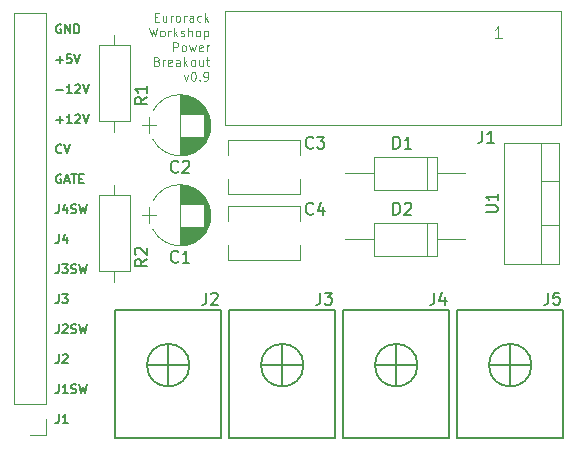
<source format=gto>
%TF.GenerationSoftware,KiCad,Pcbnew,4.0.6*%
%TF.CreationDate,2017-08-26T10:37:18+02:00*%
%TF.ProjectId,EW Power Breakout,455720506F77657220427265616B6F75,1.0*%
%TF.FileFunction,Legend,Top*%
%FSLAX46Y46*%
G04 Gerber Fmt 4.6, Leading zero omitted, Abs format (unit mm)*
G04 Created by KiCad (PCBNEW 4.0.6) date 2017 August 26, Saturday 10:37:18*
%MOMM*%
%LPD*%
G01*
G04 APERTURE LIST*
%ADD10C,0.100000*%
%ADD11C,0.125000*%
%ADD12C,0.187500*%
%ADD13C,0.120000*%
%ADD14C,0.150000*%
G04 APERTURE END LIST*
D10*
D11*
X167497715Y-108190429D02*
X167747715Y-108190429D01*
X167854858Y-108583286D02*
X167497715Y-108583286D01*
X167497715Y-107833286D01*
X167854858Y-107833286D01*
X168497715Y-108083286D02*
X168497715Y-108583286D01*
X168176286Y-108083286D02*
X168176286Y-108476143D01*
X168212001Y-108547571D01*
X168283429Y-108583286D01*
X168390572Y-108583286D01*
X168462001Y-108547571D01*
X168497715Y-108511857D01*
X168854857Y-108583286D02*
X168854857Y-108083286D01*
X168854857Y-108226143D02*
X168890572Y-108154714D01*
X168926286Y-108119000D01*
X168997715Y-108083286D01*
X169069143Y-108083286D01*
X169426286Y-108583286D02*
X169354858Y-108547571D01*
X169319143Y-108511857D01*
X169283429Y-108440429D01*
X169283429Y-108226143D01*
X169319143Y-108154714D01*
X169354858Y-108119000D01*
X169426286Y-108083286D01*
X169533429Y-108083286D01*
X169604858Y-108119000D01*
X169640572Y-108154714D01*
X169676286Y-108226143D01*
X169676286Y-108440429D01*
X169640572Y-108511857D01*
X169604858Y-108547571D01*
X169533429Y-108583286D01*
X169426286Y-108583286D01*
X169997714Y-108583286D02*
X169997714Y-108083286D01*
X169997714Y-108226143D02*
X170033429Y-108154714D01*
X170069143Y-108119000D01*
X170140572Y-108083286D01*
X170212000Y-108083286D01*
X170783429Y-108583286D02*
X170783429Y-108190429D01*
X170747715Y-108119000D01*
X170676286Y-108083286D01*
X170533429Y-108083286D01*
X170462000Y-108119000D01*
X170783429Y-108547571D02*
X170712000Y-108583286D01*
X170533429Y-108583286D01*
X170462000Y-108547571D01*
X170426286Y-108476143D01*
X170426286Y-108404714D01*
X170462000Y-108333286D01*
X170533429Y-108297571D01*
X170712000Y-108297571D01*
X170783429Y-108261857D01*
X171462000Y-108547571D02*
X171390571Y-108583286D01*
X171247714Y-108583286D01*
X171176286Y-108547571D01*
X171140571Y-108511857D01*
X171104857Y-108440429D01*
X171104857Y-108226143D01*
X171140571Y-108154714D01*
X171176286Y-108119000D01*
X171247714Y-108083286D01*
X171390571Y-108083286D01*
X171462000Y-108119000D01*
X171783428Y-108583286D02*
X171783428Y-107833286D01*
X171854857Y-108297571D02*
X172069143Y-108583286D01*
X172069143Y-108083286D02*
X171783428Y-108369000D01*
X167069144Y-109083286D02*
X167247715Y-109833286D01*
X167390572Y-109297571D01*
X167533430Y-109833286D01*
X167712001Y-109083286D01*
X168104858Y-109833286D02*
X168033430Y-109797571D01*
X167997715Y-109761857D01*
X167962001Y-109690429D01*
X167962001Y-109476143D01*
X167997715Y-109404714D01*
X168033430Y-109369000D01*
X168104858Y-109333286D01*
X168212001Y-109333286D01*
X168283430Y-109369000D01*
X168319144Y-109404714D01*
X168354858Y-109476143D01*
X168354858Y-109690429D01*
X168319144Y-109761857D01*
X168283430Y-109797571D01*
X168212001Y-109833286D01*
X168104858Y-109833286D01*
X168676286Y-109833286D02*
X168676286Y-109333286D01*
X168676286Y-109476143D02*
X168712001Y-109404714D01*
X168747715Y-109369000D01*
X168819144Y-109333286D01*
X168890572Y-109333286D01*
X169140572Y-109833286D02*
X169140572Y-109083286D01*
X169212001Y-109547571D02*
X169426287Y-109833286D01*
X169426287Y-109333286D02*
X169140572Y-109619000D01*
X169712001Y-109797571D02*
X169783430Y-109833286D01*
X169926287Y-109833286D01*
X169997715Y-109797571D01*
X170033430Y-109726143D01*
X170033430Y-109690429D01*
X169997715Y-109619000D01*
X169926287Y-109583286D01*
X169819144Y-109583286D01*
X169747715Y-109547571D01*
X169712001Y-109476143D01*
X169712001Y-109440429D01*
X169747715Y-109369000D01*
X169819144Y-109333286D01*
X169926287Y-109333286D01*
X169997715Y-109369000D01*
X170354858Y-109833286D02*
X170354858Y-109083286D01*
X170676287Y-109833286D02*
X170676287Y-109440429D01*
X170640573Y-109369000D01*
X170569144Y-109333286D01*
X170462001Y-109333286D01*
X170390573Y-109369000D01*
X170354858Y-109404714D01*
X171140572Y-109833286D02*
X171069144Y-109797571D01*
X171033429Y-109761857D01*
X170997715Y-109690429D01*
X170997715Y-109476143D01*
X171033429Y-109404714D01*
X171069144Y-109369000D01*
X171140572Y-109333286D01*
X171247715Y-109333286D01*
X171319144Y-109369000D01*
X171354858Y-109404714D01*
X171390572Y-109476143D01*
X171390572Y-109690429D01*
X171354858Y-109761857D01*
X171319144Y-109797571D01*
X171247715Y-109833286D01*
X171140572Y-109833286D01*
X171712000Y-109333286D02*
X171712000Y-110083286D01*
X171712000Y-109369000D02*
X171783429Y-109333286D01*
X171926286Y-109333286D01*
X171997715Y-109369000D01*
X172033429Y-109404714D01*
X172069143Y-109476143D01*
X172069143Y-109690429D01*
X172033429Y-109761857D01*
X171997715Y-109797571D01*
X171926286Y-109833286D01*
X171783429Y-109833286D01*
X171712000Y-109797571D01*
X169069143Y-111083286D02*
X169069143Y-110333286D01*
X169354858Y-110333286D01*
X169426286Y-110369000D01*
X169462001Y-110404714D01*
X169497715Y-110476143D01*
X169497715Y-110583286D01*
X169462001Y-110654714D01*
X169426286Y-110690429D01*
X169354858Y-110726143D01*
X169069143Y-110726143D01*
X169926286Y-111083286D02*
X169854858Y-111047571D01*
X169819143Y-111011857D01*
X169783429Y-110940429D01*
X169783429Y-110726143D01*
X169819143Y-110654714D01*
X169854858Y-110619000D01*
X169926286Y-110583286D01*
X170033429Y-110583286D01*
X170104858Y-110619000D01*
X170140572Y-110654714D01*
X170176286Y-110726143D01*
X170176286Y-110940429D01*
X170140572Y-111011857D01*
X170104858Y-111047571D01*
X170033429Y-111083286D01*
X169926286Y-111083286D01*
X170426286Y-110583286D02*
X170569143Y-111083286D01*
X170712000Y-110726143D01*
X170854857Y-111083286D01*
X170997714Y-110583286D01*
X171569143Y-111047571D02*
X171497714Y-111083286D01*
X171354857Y-111083286D01*
X171283428Y-111047571D01*
X171247714Y-110976143D01*
X171247714Y-110690429D01*
X171283428Y-110619000D01*
X171354857Y-110583286D01*
X171497714Y-110583286D01*
X171569143Y-110619000D01*
X171604857Y-110690429D01*
X171604857Y-110761857D01*
X171247714Y-110833286D01*
X171926285Y-111083286D02*
X171926285Y-110583286D01*
X171926285Y-110726143D02*
X171962000Y-110654714D01*
X171997714Y-110619000D01*
X172069143Y-110583286D01*
X172140571Y-110583286D01*
X167712001Y-111940429D02*
X167819144Y-111976143D01*
X167854859Y-112011857D01*
X167890573Y-112083286D01*
X167890573Y-112190429D01*
X167854859Y-112261857D01*
X167819144Y-112297571D01*
X167747716Y-112333286D01*
X167462001Y-112333286D01*
X167462001Y-111583286D01*
X167712001Y-111583286D01*
X167783430Y-111619000D01*
X167819144Y-111654714D01*
X167854859Y-111726143D01*
X167854859Y-111797571D01*
X167819144Y-111869000D01*
X167783430Y-111904714D01*
X167712001Y-111940429D01*
X167462001Y-111940429D01*
X168212001Y-112333286D02*
X168212001Y-111833286D01*
X168212001Y-111976143D02*
X168247716Y-111904714D01*
X168283430Y-111869000D01*
X168354859Y-111833286D01*
X168426287Y-111833286D01*
X168962002Y-112297571D02*
X168890573Y-112333286D01*
X168747716Y-112333286D01*
X168676287Y-112297571D01*
X168640573Y-112226143D01*
X168640573Y-111940429D01*
X168676287Y-111869000D01*
X168747716Y-111833286D01*
X168890573Y-111833286D01*
X168962002Y-111869000D01*
X168997716Y-111940429D01*
X168997716Y-112011857D01*
X168640573Y-112083286D01*
X169640573Y-112333286D02*
X169640573Y-111940429D01*
X169604859Y-111869000D01*
X169533430Y-111833286D01*
X169390573Y-111833286D01*
X169319144Y-111869000D01*
X169640573Y-112297571D02*
X169569144Y-112333286D01*
X169390573Y-112333286D01*
X169319144Y-112297571D01*
X169283430Y-112226143D01*
X169283430Y-112154714D01*
X169319144Y-112083286D01*
X169390573Y-112047571D01*
X169569144Y-112047571D01*
X169640573Y-112011857D01*
X169997715Y-112333286D02*
X169997715Y-111583286D01*
X170069144Y-112047571D02*
X170283430Y-112333286D01*
X170283430Y-111833286D02*
X169997715Y-112119000D01*
X170712001Y-112333286D02*
X170640573Y-112297571D01*
X170604858Y-112261857D01*
X170569144Y-112190429D01*
X170569144Y-111976143D01*
X170604858Y-111904714D01*
X170640573Y-111869000D01*
X170712001Y-111833286D01*
X170819144Y-111833286D01*
X170890573Y-111869000D01*
X170926287Y-111904714D01*
X170962001Y-111976143D01*
X170962001Y-112190429D01*
X170926287Y-112261857D01*
X170890573Y-112297571D01*
X170819144Y-112333286D01*
X170712001Y-112333286D01*
X171604858Y-111833286D02*
X171604858Y-112333286D01*
X171283429Y-111833286D02*
X171283429Y-112226143D01*
X171319144Y-112297571D01*
X171390572Y-112333286D01*
X171497715Y-112333286D01*
X171569144Y-112297571D01*
X171604858Y-112261857D01*
X171854858Y-111833286D02*
X172140572Y-111833286D01*
X171962000Y-111583286D02*
X171962000Y-112226143D01*
X171997715Y-112297571D01*
X172069143Y-112333286D01*
X172140572Y-112333286D01*
X169961999Y-113083286D02*
X170140570Y-113583286D01*
X170319142Y-113083286D01*
X170747714Y-112833286D02*
X170819142Y-112833286D01*
X170890571Y-112869000D01*
X170926285Y-112904714D01*
X170961999Y-112976143D01*
X170997714Y-113119000D01*
X170997714Y-113297571D01*
X170961999Y-113440429D01*
X170926285Y-113511857D01*
X170890571Y-113547571D01*
X170819142Y-113583286D01*
X170747714Y-113583286D01*
X170676285Y-113547571D01*
X170640571Y-113511857D01*
X170604856Y-113440429D01*
X170569142Y-113297571D01*
X170569142Y-113119000D01*
X170604856Y-112976143D01*
X170640571Y-112904714D01*
X170676285Y-112869000D01*
X170747714Y-112833286D01*
X171319142Y-113511857D02*
X171354857Y-113547571D01*
X171319142Y-113583286D01*
X171283428Y-113547571D01*
X171319142Y-113511857D01*
X171319142Y-113583286D01*
X171712000Y-113583286D02*
X171854857Y-113583286D01*
X171926285Y-113547571D01*
X171962000Y-113511857D01*
X172033428Y-113404714D01*
X172069143Y-113261857D01*
X172069143Y-112976143D01*
X172033428Y-112904714D01*
X171997714Y-112869000D01*
X171926285Y-112833286D01*
X171783428Y-112833286D01*
X171712000Y-112869000D01*
X171676285Y-112904714D01*
X171640571Y-112976143D01*
X171640571Y-113154714D01*
X171676285Y-113226143D01*
X171712000Y-113261857D01*
X171783428Y-113297571D01*
X171926285Y-113297571D01*
X171997714Y-113261857D01*
X172033428Y-113226143D01*
X172069143Y-113154714D01*
D12*
X159575429Y-108845000D02*
X159504000Y-108809286D01*
X159396857Y-108809286D01*
X159289714Y-108845000D01*
X159218286Y-108916429D01*
X159182571Y-108987857D01*
X159146857Y-109130714D01*
X159146857Y-109237857D01*
X159182571Y-109380714D01*
X159218286Y-109452143D01*
X159289714Y-109523571D01*
X159396857Y-109559286D01*
X159468286Y-109559286D01*
X159575429Y-109523571D01*
X159611143Y-109487857D01*
X159611143Y-109237857D01*
X159468286Y-109237857D01*
X159932571Y-109559286D02*
X159932571Y-108809286D01*
X160361143Y-109559286D01*
X160361143Y-108809286D01*
X160718285Y-109559286D02*
X160718285Y-108809286D01*
X160896857Y-108809286D01*
X161004000Y-108845000D01*
X161075428Y-108916429D01*
X161111143Y-108987857D01*
X161146857Y-109130714D01*
X161146857Y-109237857D01*
X161111143Y-109380714D01*
X161075428Y-109452143D01*
X161004000Y-109523571D01*
X160896857Y-109559286D01*
X160718285Y-109559286D01*
X159182571Y-111813571D02*
X159754000Y-111813571D01*
X159468286Y-112099286D02*
X159468286Y-111527857D01*
X160468285Y-111349286D02*
X160111142Y-111349286D01*
X160075428Y-111706429D01*
X160111142Y-111670714D01*
X160182571Y-111635000D01*
X160361142Y-111635000D01*
X160432571Y-111670714D01*
X160468285Y-111706429D01*
X160504000Y-111777857D01*
X160504000Y-111956429D01*
X160468285Y-112027857D01*
X160432571Y-112063571D01*
X160361142Y-112099286D01*
X160182571Y-112099286D01*
X160111142Y-112063571D01*
X160075428Y-112027857D01*
X160718286Y-111349286D02*
X160968286Y-112099286D01*
X161218286Y-111349286D01*
X159182571Y-114353571D02*
X159754000Y-114353571D01*
X160504000Y-114639286D02*
X160075428Y-114639286D01*
X160289714Y-114639286D02*
X160289714Y-113889286D01*
X160218285Y-113996429D01*
X160146857Y-114067857D01*
X160075428Y-114103571D01*
X160789714Y-113960714D02*
X160825428Y-113925000D01*
X160896857Y-113889286D01*
X161075428Y-113889286D01*
X161146857Y-113925000D01*
X161182571Y-113960714D01*
X161218286Y-114032143D01*
X161218286Y-114103571D01*
X161182571Y-114210714D01*
X160754000Y-114639286D01*
X161218286Y-114639286D01*
X161432572Y-113889286D02*
X161682572Y-114639286D01*
X161932572Y-113889286D01*
X159182571Y-116893571D02*
X159754000Y-116893571D01*
X159468286Y-117179286D02*
X159468286Y-116607857D01*
X160504000Y-117179286D02*
X160075428Y-117179286D01*
X160289714Y-117179286D02*
X160289714Y-116429286D01*
X160218285Y-116536429D01*
X160146857Y-116607857D01*
X160075428Y-116643571D01*
X160789714Y-116500714D02*
X160825428Y-116465000D01*
X160896857Y-116429286D01*
X161075428Y-116429286D01*
X161146857Y-116465000D01*
X161182571Y-116500714D01*
X161218286Y-116572143D01*
X161218286Y-116643571D01*
X161182571Y-116750714D01*
X160754000Y-117179286D01*
X161218286Y-117179286D01*
X161432572Y-116429286D02*
X161682572Y-117179286D01*
X161932572Y-116429286D01*
X159611143Y-119647857D02*
X159575429Y-119683571D01*
X159468286Y-119719286D01*
X159396857Y-119719286D01*
X159289714Y-119683571D01*
X159218286Y-119612143D01*
X159182571Y-119540714D01*
X159146857Y-119397857D01*
X159146857Y-119290714D01*
X159182571Y-119147857D01*
X159218286Y-119076429D01*
X159289714Y-119005000D01*
X159396857Y-118969286D01*
X159468286Y-118969286D01*
X159575429Y-119005000D01*
X159611143Y-119040714D01*
X159825429Y-118969286D02*
X160075429Y-119719286D01*
X160325429Y-118969286D01*
X159575429Y-121545000D02*
X159504000Y-121509286D01*
X159396857Y-121509286D01*
X159289714Y-121545000D01*
X159218286Y-121616429D01*
X159182571Y-121687857D01*
X159146857Y-121830714D01*
X159146857Y-121937857D01*
X159182571Y-122080714D01*
X159218286Y-122152143D01*
X159289714Y-122223571D01*
X159396857Y-122259286D01*
X159468286Y-122259286D01*
X159575429Y-122223571D01*
X159611143Y-122187857D01*
X159611143Y-121937857D01*
X159468286Y-121937857D01*
X159896857Y-122045000D02*
X160254000Y-122045000D01*
X159825429Y-122259286D02*
X160075429Y-121509286D01*
X160325429Y-122259286D01*
X160468286Y-121509286D02*
X160896857Y-121509286D01*
X160682571Y-122259286D02*
X160682571Y-121509286D01*
X161146857Y-121866429D02*
X161396857Y-121866429D01*
X161504000Y-122259286D02*
X161146857Y-122259286D01*
X161146857Y-121509286D01*
X161504000Y-121509286D01*
X159396857Y-124049286D02*
X159396857Y-124585000D01*
X159361143Y-124692143D01*
X159289714Y-124763571D01*
X159182571Y-124799286D01*
X159111143Y-124799286D01*
X160075429Y-124299286D02*
X160075429Y-124799286D01*
X159896858Y-124013571D02*
X159718286Y-124549286D01*
X160182572Y-124549286D01*
X160432572Y-124763571D02*
X160539715Y-124799286D01*
X160718286Y-124799286D01*
X160789715Y-124763571D01*
X160825429Y-124727857D01*
X160861144Y-124656429D01*
X160861144Y-124585000D01*
X160825429Y-124513571D01*
X160789715Y-124477857D01*
X160718286Y-124442143D01*
X160575429Y-124406429D01*
X160504001Y-124370714D01*
X160468286Y-124335000D01*
X160432572Y-124263571D01*
X160432572Y-124192143D01*
X160468286Y-124120714D01*
X160504001Y-124085000D01*
X160575429Y-124049286D01*
X160754001Y-124049286D01*
X160861144Y-124085000D01*
X161111144Y-124049286D02*
X161289715Y-124799286D01*
X161432572Y-124263571D01*
X161575430Y-124799286D01*
X161754001Y-124049286D01*
X159396857Y-126589286D02*
X159396857Y-127125000D01*
X159361143Y-127232143D01*
X159289714Y-127303571D01*
X159182571Y-127339286D01*
X159111143Y-127339286D01*
X160075429Y-126839286D02*
X160075429Y-127339286D01*
X159896858Y-126553571D02*
X159718286Y-127089286D01*
X160182572Y-127089286D01*
X159396857Y-129129286D02*
X159396857Y-129665000D01*
X159361143Y-129772143D01*
X159289714Y-129843571D01*
X159182571Y-129879286D01*
X159111143Y-129879286D01*
X159682572Y-129129286D02*
X160146858Y-129129286D01*
X159896858Y-129415000D01*
X160004000Y-129415000D01*
X160075429Y-129450714D01*
X160111143Y-129486429D01*
X160146858Y-129557857D01*
X160146858Y-129736429D01*
X160111143Y-129807857D01*
X160075429Y-129843571D01*
X160004000Y-129879286D01*
X159789715Y-129879286D01*
X159718286Y-129843571D01*
X159682572Y-129807857D01*
X160432572Y-129843571D02*
X160539715Y-129879286D01*
X160718286Y-129879286D01*
X160789715Y-129843571D01*
X160825429Y-129807857D01*
X160861144Y-129736429D01*
X160861144Y-129665000D01*
X160825429Y-129593571D01*
X160789715Y-129557857D01*
X160718286Y-129522143D01*
X160575429Y-129486429D01*
X160504001Y-129450714D01*
X160468286Y-129415000D01*
X160432572Y-129343571D01*
X160432572Y-129272143D01*
X160468286Y-129200714D01*
X160504001Y-129165000D01*
X160575429Y-129129286D01*
X160754001Y-129129286D01*
X160861144Y-129165000D01*
X161111144Y-129129286D02*
X161289715Y-129879286D01*
X161432572Y-129343571D01*
X161575430Y-129879286D01*
X161754001Y-129129286D01*
X159396857Y-131669286D02*
X159396857Y-132205000D01*
X159361143Y-132312143D01*
X159289714Y-132383571D01*
X159182571Y-132419286D01*
X159111143Y-132419286D01*
X159682572Y-131669286D02*
X160146858Y-131669286D01*
X159896858Y-131955000D01*
X160004000Y-131955000D01*
X160075429Y-131990714D01*
X160111143Y-132026429D01*
X160146858Y-132097857D01*
X160146858Y-132276429D01*
X160111143Y-132347857D01*
X160075429Y-132383571D01*
X160004000Y-132419286D01*
X159789715Y-132419286D01*
X159718286Y-132383571D01*
X159682572Y-132347857D01*
X159396857Y-134209286D02*
X159396857Y-134745000D01*
X159361143Y-134852143D01*
X159289714Y-134923571D01*
X159182571Y-134959286D01*
X159111143Y-134959286D01*
X159718286Y-134280714D02*
X159754000Y-134245000D01*
X159825429Y-134209286D01*
X160004000Y-134209286D01*
X160075429Y-134245000D01*
X160111143Y-134280714D01*
X160146858Y-134352143D01*
X160146858Y-134423571D01*
X160111143Y-134530714D01*
X159682572Y-134959286D01*
X160146858Y-134959286D01*
X160432572Y-134923571D02*
X160539715Y-134959286D01*
X160718286Y-134959286D01*
X160789715Y-134923571D01*
X160825429Y-134887857D01*
X160861144Y-134816429D01*
X160861144Y-134745000D01*
X160825429Y-134673571D01*
X160789715Y-134637857D01*
X160718286Y-134602143D01*
X160575429Y-134566429D01*
X160504001Y-134530714D01*
X160468286Y-134495000D01*
X160432572Y-134423571D01*
X160432572Y-134352143D01*
X160468286Y-134280714D01*
X160504001Y-134245000D01*
X160575429Y-134209286D01*
X160754001Y-134209286D01*
X160861144Y-134245000D01*
X161111144Y-134209286D02*
X161289715Y-134959286D01*
X161432572Y-134423571D01*
X161575430Y-134959286D01*
X161754001Y-134209286D01*
X159396857Y-136749286D02*
X159396857Y-137285000D01*
X159361143Y-137392143D01*
X159289714Y-137463571D01*
X159182571Y-137499286D01*
X159111143Y-137499286D01*
X159718286Y-136820714D02*
X159754000Y-136785000D01*
X159825429Y-136749286D01*
X160004000Y-136749286D01*
X160075429Y-136785000D01*
X160111143Y-136820714D01*
X160146858Y-136892143D01*
X160146858Y-136963571D01*
X160111143Y-137070714D01*
X159682572Y-137499286D01*
X160146858Y-137499286D01*
X159396857Y-139289286D02*
X159396857Y-139825000D01*
X159361143Y-139932143D01*
X159289714Y-140003571D01*
X159182571Y-140039286D01*
X159111143Y-140039286D01*
X160146858Y-140039286D02*
X159718286Y-140039286D01*
X159932572Y-140039286D02*
X159932572Y-139289286D01*
X159861143Y-139396429D01*
X159789715Y-139467857D01*
X159718286Y-139503571D01*
X160432572Y-140003571D02*
X160539715Y-140039286D01*
X160718286Y-140039286D01*
X160789715Y-140003571D01*
X160825429Y-139967857D01*
X160861144Y-139896429D01*
X160861144Y-139825000D01*
X160825429Y-139753571D01*
X160789715Y-139717857D01*
X160718286Y-139682143D01*
X160575429Y-139646429D01*
X160504001Y-139610714D01*
X160468286Y-139575000D01*
X160432572Y-139503571D01*
X160432572Y-139432143D01*
X160468286Y-139360714D01*
X160504001Y-139325000D01*
X160575429Y-139289286D01*
X160754001Y-139289286D01*
X160861144Y-139325000D01*
X161111144Y-139289286D02*
X161289715Y-140039286D01*
X161432572Y-139503571D01*
X161575430Y-140039286D01*
X161754001Y-139289286D01*
X159396857Y-141829286D02*
X159396857Y-142365000D01*
X159361143Y-142472143D01*
X159289714Y-142543571D01*
X159182571Y-142579286D01*
X159111143Y-142579286D01*
X160146858Y-142579286D02*
X159718286Y-142579286D01*
X159932572Y-142579286D02*
X159932572Y-141829286D01*
X159861143Y-141936429D01*
X159789715Y-142007857D01*
X159718286Y-142043571D01*
D13*
X201926000Y-117322000D02*
X173486000Y-117322000D01*
X173486000Y-117322000D02*
X173486000Y-107722000D01*
X173486000Y-107722000D02*
X201926000Y-107722000D01*
X201926000Y-107722000D02*
X201926000Y-117322000D01*
D14*
X170456000Y-137668000D02*
X166856000Y-137668000D01*
X168656000Y-139468000D02*
X168656000Y-135868000D01*
X170456000Y-137668000D02*
G75*
G03X170456000Y-137668000I-1800000J0D01*
G01*
X164156000Y-143868000D02*
X164156000Y-132968000D01*
X173156000Y-143868000D02*
X173156000Y-132968000D01*
X173156000Y-132968000D02*
X164156000Y-132968000D01*
X173156000Y-143868000D02*
X164156000Y-143868000D01*
D13*
X171961722Y-123788277D02*
G75*
G03X167350420Y-123788000I-2305722J-1179723D01*
G01*
X171961722Y-126147723D02*
G75*
G02X167350420Y-126148000I-2305722J1179723D01*
G01*
X171961722Y-126147723D02*
G75*
G03X171961580Y-123788000I-2305722J1179723D01*
G01*
X169656000Y-122418000D02*
X169656000Y-127518000D01*
X169696000Y-122418000D02*
X169696000Y-123988000D01*
X169696000Y-125948000D02*
X169696000Y-127518000D01*
X169736000Y-122419000D02*
X169736000Y-123988000D01*
X169736000Y-125948000D02*
X169736000Y-127517000D01*
X169776000Y-122420000D02*
X169776000Y-123988000D01*
X169776000Y-125948000D02*
X169776000Y-127516000D01*
X169816000Y-122422000D02*
X169816000Y-123988000D01*
X169816000Y-125948000D02*
X169816000Y-127514000D01*
X169856000Y-122425000D02*
X169856000Y-123988000D01*
X169856000Y-125948000D02*
X169856000Y-127511000D01*
X169896000Y-122429000D02*
X169896000Y-123988000D01*
X169896000Y-125948000D02*
X169896000Y-127507000D01*
X169936000Y-122433000D02*
X169936000Y-123988000D01*
X169936000Y-125948000D02*
X169936000Y-127503000D01*
X169976000Y-122437000D02*
X169976000Y-123988000D01*
X169976000Y-125948000D02*
X169976000Y-127499000D01*
X170016000Y-122443000D02*
X170016000Y-123988000D01*
X170016000Y-125948000D02*
X170016000Y-127493000D01*
X170056000Y-122449000D02*
X170056000Y-123988000D01*
X170056000Y-125948000D02*
X170056000Y-127487000D01*
X170096000Y-122455000D02*
X170096000Y-123988000D01*
X170096000Y-125948000D02*
X170096000Y-127481000D01*
X170136000Y-122462000D02*
X170136000Y-123988000D01*
X170136000Y-125948000D02*
X170136000Y-127474000D01*
X170176000Y-122470000D02*
X170176000Y-123988000D01*
X170176000Y-125948000D02*
X170176000Y-127466000D01*
X170216000Y-122479000D02*
X170216000Y-123988000D01*
X170216000Y-125948000D02*
X170216000Y-127457000D01*
X170256000Y-122488000D02*
X170256000Y-123988000D01*
X170256000Y-125948000D02*
X170256000Y-127448000D01*
X170296000Y-122498000D02*
X170296000Y-123988000D01*
X170296000Y-125948000D02*
X170296000Y-127438000D01*
X170336000Y-122508000D02*
X170336000Y-123988000D01*
X170336000Y-125948000D02*
X170336000Y-127428000D01*
X170377000Y-122520000D02*
X170377000Y-123988000D01*
X170377000Y-125948000D02*
X170377000Y-127416000D01*
X170417000Y-122532000D02*
X170417000Y-123988000D01*
X170417000Y-125948000D02*
X170417000Y-127404000D01*
X170457000Y-122544000D02*
X170457000Y-123988000D01*
X170457000Y-125948000D02*
X170457000Y-127392000D01*
X170497000Y-122558000D02*
X170497000Y-123988000D01*
X170497000Y-125948000D02*
X170497000Y-127378000D01*
X170537000Y-122572000D02*
X170537000Y-123988000D01*
X170537000Y-125948000D02*
X170537000Y-127364000D01*
X170577000Y-122586000D02*
X170577000Y-123988000D01*
X170577000Y-125948000D02*
X170577000Y-127350000D01*
X170617000Y-122602000D02*
X170617000Y-123988000D01*
X170617000Y-125948000D02*
X170617000Y-127334000D01*
X170657000Y-122618000D02*
X170657000Y-123988000D01*
X170657000Y-125948000D02*
X170657000Y-127318000D01*
X170697000Y-122635000D02*
X170697000Y-123988000D01*
X170697000Y-125948000D02*
X170697000Y-127301000D01*
X170737000Y-122653000D02*
X170737000Y-123988000D01*
X170737000Y-125948000D02*
X170737000Y-127283000D01*
X170777000Y-122672000D02*
X170777000Y-123988000D01*
X170777000Y-125948000D02*
X170777000Y-127264000D01*
X170817000Y-122692000D02*
X170817000Y-123988000D01*
X170817000Y-125948000D02*
X170817000Y-127244000D01*
X170857000Y-122712000D02*
X170857000Y-123988000D01*
X170857000Y-125948000D02*
X170857000Y-127224000D01*
X170897000Y-122734000D02*
X170897000Y-123988000D01*
X170897000Y-125948000D02*
X170897000Y-127202000D01*
X170937000Y-122756000D02*
X170937000Y-123988000D01*
X170937000Y-125948000D02*
X170937000Y-127180000D01*
X170977000Y-122779000D02*
X170977000Y-123988000D01*
X170977000Y-125948000D02*
X170977000Y-127157000D01*
X171017000Y-122803000D02*
X171017000Y-123988000D01*
X171017000Y-125948000D02*
X171017000Y-127133000D01*
X171057000Y-122828000D02*
X171057000Y-123988000D01*
X171057000Y-125948000D02*
X171057000Y-127108000D01*
X171097000Y-122855000D02*
X171097000Y-123988000D01*
X171097000Y-125948000D02*
X171097000Y-127081000D01*
X171137000Y-122882000D02*
X171137000Y-123988000D01*
X171137000Y-125948000D02*
X171137000Y-127054000D01*
X171177000Y-122910000D02*
X171177000Y-123988000D01*
X171177000Y-125948000D02*
X171177000Y-127026000D01*
X171217000Y-122940000D02*
X171217000Y-123988000D01*
X171217000Y-125948000D02*
X171217000Y-126996000D01*
X171257000Y-122971000D02*
X171257000Y-123988000D01*
X171257000Y-125948000D02*
X171257000Y-126965000D01*
X171297000Y-123003000D02*
X171297000Y-123988000D01*
X171297000Y-125948000D02*
X171297000Y-126933000D01*
X171337000Y-123036000D02*
X171337000Y-123988000D01*
X171337000Y-125948000D02*
X171337000Y-126900000D01*
X171377000Y-123071000D02*
X171377000Y-123988000D01*
X171377000Y-125948000D02*
X171377000Y-126865000D01*
X171417000Y-123107000D02*
X171417000Y-123988000D01*
X171417000Y-125948000D02*
X171417000Y-126829000D01*
X171457000Y-123145000D02*
X171457000Y-123988000D01*
X171457000Y-125948000D02*
X171457000Y-126791000D01*
X171497000Y-123185000D02*
X171497000Y-123988000D01*
X171497000Y-125948000D02*
X171497000Y-126751000D01*
X171537000Y-123226000D02*
X171537000Y-123988000D01*
X171537000Y-125948000D02*
X171537000Y-126710000D01*
X171577000Y-123269000D02*
X171577000Y-123988000D01*
X171577000Y-125948000D02*
X171577000Y-126667000D01*
X171617000Y-123314000D02*
X171617000Y-123988000D01*
X171617000Y-125948000D02*
X171617000Y-126622000D01*
X171657000Y-123362000D02*
X171657000Y-126574000D01*
X171697000Y-123412000D02*
X171697000Y-126524000D01*
X171737000Y-123464000D02*
X171737000Y-126472000D01*
X171777000Y-123520000D02*
X171777000Y-126416000D01*
X171817000Y-123578000D02*
X171817000Y-126358000D01*
X171857000Y-123641000D02*
X171857000Y-126295000D01*
X171897000Y-123707000D02*
X171897000Y-126229000D01*
X171937000Y-123779000D02*
X171937000Y-126157000D01*
X171977000Y-123856000D02*
X171977000Y-126080000D01*
X172017000Y-123940000D02*
X172017000Y-125996000D01*
X172057000Y-124034000D02*
X172057000Y-125902000D01*
X172097000Y-124139000D02*
X172097000Y-125797000D01*
X172137000Y-124261000D02*
X172137000Y-125675000D01*
X172177000Y-124409000D02*
X172177000Y-125527000D01*
X172217000Y-124614000D02*
X172217000Y-125322000D01*
X166456000Y-124968000D02*
X167656000Y-124968000D01*
X167056000Y-124318000D02*
X167056000Y-125618000D01*
X171961722Y-116168277D02*
G75*
G03X167350420Y-116168000I-2305722J-1179723D01*
G01*
X171961722Y-118527723D02*
G75*
G02X167350420Y-118528000I-2305722J1179723D01*
G01*
X171961722Y-118527723D02*
G75*
G03X171961580Y-116168000I-2305722J1179723D01*
G01*
X169656000Y-114798000D02*
X169656000Y-119898000D01*
X169696000Y-114798000D02*
X169696000Y-116368000D01*
X169696000Y-118328000D02*
X169696000Y-119898000D01*
X169736000Y-114799000D02*
X169736000Y-116368000D01*
X169736000Y-118328000D02*
X169736000Y-119897000D01*
X169776000Y-114800000D02*
X169776000Y-116368000D01*
X169776000Y-118328000D02*
X169776000Y-119896000D01*
X169816000Y-114802000D02*
X169816000Y-116368000D01*
X169816000Y-118328000D02*
X169816000Y-119894000D01*
X169856000Y-114805000D02*
X169856000Y-116368000D01*
X169856000Y-118328000D02*
X169856000Y-119891000D01*
X169896000Y-114809000D02*
X169896000Y-116368000D01*
X169896000Y-118328000D02*
X169896000Y-119887000D01*
X169936000Y-114813000D02*
X169936000Y-116368000D01*
X169936000Y-118328000D02*
X169936000Y-119883000D01*
X169976000Y-114817000D02*
X169976000Y-116368000D01*
X169976000Y-118328000D02*
X169976000Y-119879000D01*
X170016000Y-114823000D02*
X170016000Y-116368000D01*
X170016000Y-118328000D02*
X170016000Y-119873000D01*
X170056000Y-114829000D02*
X170056000Y-116368000D01*
X170056000Y-118328000D02*
X170056000Y-119867000D01*
X170096000Y-114835000D02*
X170096000Y-116368000D01*
X170096000Y-118328000D02*
X170096000Y-119861000D01*
X170136000Y-114842000D02*
X170136000Y-116368000D01*
X170136000Y-118328000D02*
X170136000Y-119854000D01*
X170176000Y-114850000D02*
X170176000Y-116368000D01*
X170176000Y-118328000D02*
X170176000Y-119846000D01*
X170216000Y-114859000D02*
X170216000Y-116368000D01*
X170216000Y-118328000D02*
X170216000Y-119837000D01*
X170256000Y-114868000D02*
X170256000Y-116368000D01*
X170256000Y-118328000D02*
X170256000Y-119828000D01*
X170296000Y-114878000D02*
X170296000Y-116368000D01*
X170296000Y-118328000D02*
X170296000Y-119818000D01*
X170336000Y-114888000D02*
X170336000Y-116368000D01*
X170336000Y-118328000D02*
X170336000Y-119808000D01*
X170377000Y-114900000D02*
X170377000Y-116368000D01*
X170377000Y-118328000D02*
X170377000Y-119796000D01*
X170417000Y-114912000D02*
X170417000Y-116368000D01*
X170417000Y-118328000D02*
X170417000Y-119784000D01*
X170457000Y-114924000D02*
X170457000Y-116368000D01*
X170457000Y-118328000D02*
X170457000Y-119772000D01*
X170497000Y-114938000D02*
X170497000Y-116368000D01*
X170497000Y-118328000D02*
X170497000Y-119758000D01*
X170537000Y-114952000D02*
X170537000Y-116368000D01*
X170537000Y-118328000D02*
X170537000Y-119744000D01*
X170577000Y-114966000D02*
X170577000Y-116368000D01*
X170577000Y-118328000D02*
X170577000Y-119730000D01*
X170617000Y-114982000D02*
X170617000Y-116368000D01*
X170617000Y-118328000D02*
X170617000Y-119714000D01*
X170657000Y-114998000D02*
X170657000Y-116368000D01*
X170657000Y-118328000D02*
X170657000Y-119698000D01*
X170697000Y-115015000D02*
X170697000Y-116368000D01*
X170697000Y-118328000D02*
X170697000Y-119681000D01*
X170737000Y-115033000D02*
X170737000Y-116368000D01*
X170737000Y-118328000D02*
X170737000Y-119663000D01*
X170777000Y-115052000D02*
X170777000Y-116368000D01*
X170777000Y-118328000D02*
X170777000Y-119644000D01*
X170817000Y-115072000D02*
X170817000Y-116368000D01*
X170817000Y-118328000D02*
X170817000Y-119624000D01*
X170857000Y-115092000D02*
X170857000Y-116368000D01*
X170857000Y-118328000D02*
X170857000Y-119604000D01*
X170897000Y-115114000D02*
X170897000Y-116368000D01*
X170897000Y-118328000D02*
X170897000Y-119582000D01*
X170937000Y-115136000D02*
X170937000Y-116368000D01*
X170937000Y-118328000D02*
X170937000Y-119560000D01*
X170977000Y-115159000D02*
X170977000Y-116368000D01*
X170977000Y-118328000D02*
X170977000Y-119537000D01*
X171017000Y-115183000D02*
X171017000Y-116368000D01*
X171017000Y-118328000D02*
X171017000Y-119513000D01*
X171057000Y-115208000D02*
X171057000Y-116368000D01*
X171057000Y-118328000D02*
X171057000Y-119488000D01*
X171097000Y-115235000D02*
X171097000Y-116368000D01*
X171097000Y-118328000D02*
X171097000Y-119461000D01*
X171137000Y-115262000D02*
X171137000Y-116368000D01*
X171137000Y-118328000D02*
X171137000Y-119434000D01*
X171177000Y-115290000D02*
X171177000Y-116368000D01*
X171177000Y-118328000D02*
X171177000Y-119406000D01*
X171217000Y-115320000D02*
X171217000Y-116368000D01*
X171217000Y-118328000D02*
X171217000Y-119376000D01*
X171257000Y-115351000D02*
X171257000Y-116368000D01*
X171257000Y-118328000D02*
X171257000Y-119345000D01*
X171297000Y-115383000D02*
X171297000Y-116368000D01*
X171297000Y-118328000D02*
X171297000Y-119313000D01*
X171337000Y-115416000D02*
X171337000Y-116368000D01*
X171337000Y-118328000D02*
X171337000Y-119280000D01*
X171377000Y-115451000D02*
X171377000Y-116368000D01*
X171377000Y-118328000D02*
X171377000Y-119245000D01*
X171417000Y-115487000D02*
X171417000Y-116368000D01*
X171417000Y-118328000D02*
X171417000Y-119209000D01*
X171457000Y-115525000D02*
X171457000Y-116368000D01*
X171457000Y-118328000D02*
X171457000Y-119171000D01*
X171497000Y-115565000D02*
X171497000Y-116368000D01*
X171497000Y-118328000D02*
X171497000Y-119131000D01*
X171537000Y-115606000D02*
X171537000Y-116368000D01*
X171537000Y-118328000D02*
X171537000Y-119090000D01*
X171577000Y-115649000D02*
X171577000Y-116368000D01*
X171577000Y-118328000D02*
X171577000Y-119047000D01*
X171617000Y-115694000D02*
X171617000Y-116368000D01*
X171617000Y-118328000D02*
X171617000Y-119002000D01*
X171657000Y-115742000D02*
X171657000Y-118954000D01*
X171697000Y-115792000D02*
X171697000Y-118904000D01*
X171737000Y-115844000D02*
X171737000Y-118852000D01*
X171777000Y-115900000D02*
X171777000Y-118796000D01*
X171817000Y-115958000D02*
X171817000Y-118738000D01*
X171857000Y-116021000D02*
X171857000Y-118675000D01*
X171897000Y-116087000D02*
X171897000Y-118609000D01*
X171937000Y-116159000D02*
X171937000Y-118537000D01*
X171977000Y-116236000D02*
X171977000Y-118460000D01*
X172017000Y-116320000D02*
X172017000Y-118376000D01*
X172057000Y-116414000D02*
X172057000Y-118282000D01*
X172097000Y-116519000D02*
X172097000Y-118177000D01*
X172137000Y-116641000D02*
X172137000Y-118055000D01*
X172177000Y-116789000D02*
X172177000Y-117907000D01*
X172217000Y-116994000D02*
X172217000Y-117702000D01*
X166456000Y-117348000D02*
X167656000Y-117348000D01*
X167056000Y-116698000D02*
X167056000Y-117998000D01*
X173684000Y-118644000D02*
X179804000Y-118644000D01*
X173684000Y-123164000D02*
X179804000Y-123164000D01*
X173684000Y-118644000D02*
X173684000Y-119908000D01*
X173684000Y-121900000D02*
X173684000Y-123164000D01*
X179804000Y-118644000D02*
X179804000Y-119908000D01*
X179804000Y-121900000D02*
X179804000Y-123164000D01*
X173684000Y-124232000D02*
X179804000Y-124232000D01*
X173684000Y-128752000D02*
X179804000Y-128752000D01*
X173684000Y-124232000D02*
X173684000Y-125496000D01*
X173684000Y-127488000D02*
X173684000Y-128752000D01*
X179804000Y-124232000D02*
X179804000Y-125496000D01*
X179804000Y-127488000D02*
X179804000Y-128752000D01*
X191382000Y-122822000D02*
X191382000Y-120002000D01*
X191382000Y-120002000D02*
X186062000Y-120002000D01*
X186062000Y-120002000D02*
X186062000Y-122822000D01*
X186062000Y-122822000D02*
X191382000Y-122822000D01*
X193792000Y-121412000D02*
X191382000Y-121412000D01*
X183652000Y-121412000D02*
X186062000Y-121412000D01*
X190542000Y-122822000D02*
X190542000Y-120002000D01*
X191382000Y-128410000D02*
X191382000Y-125590000D01*
X191382000Y-125590000D02*
X186062000Y-125590000D01*
X186062000Y-125590000D02*
X186062000Y-128410000D01*
X186062000Y-128410000D02*
X191382000Y-128410000D01*
X193792000Y-127000000D02*
X191382000Y-127000000D01*
X183652000Y-127000000D02*
X186062000Y-127000000D01*
X190542000Y-128410000D02*
X190542000Y-125590000D01*
X158302000Y-107890000D02*
X155642000Y-107890000D01*
X158302000Y-140970000D02*
X158302000Y-107890000D01*
X155642000Y-140970000D02*
X155642000Y-107890000D01*
X158302000Y-140970000D02*
X155642000Y-140970000D01*
X158302000Y-142240000D02*
X158302000Y-143570000D01*
X158302000Y-143570000D02*
X156972000Y-143570000D01*
X162774000Y-117002000D02*
X165394000Y-117002000D01*
X165394000Y-117002000D02*
X165394000Y-110582000D01*
X165394000Y-110582000D02*
X162774000Y-110582000D01*
X162774000Y-110582000D02*
X162774000Y-117002000D01*
X164084000Y-117892000D02*
X164084000Y-117002000D01*
X164084000Y-109692000D02*
X164084000Y-110582000D01*
X162774000Y-129702000D02*
X165394000Y-129702000D01*
X165394000Y-129702000D02*
X165394000Y-123282000D01*
X165394000Y-123282000D02*
X162774000Y-123282000D01*
X162774000Y-123282000D02*
X162774000Y-129702000D01*
X164084000Y-130592000D02*
X164084000Y-129702000D01*
X164084000Y-122392000D02*
X164084000Y-123282000D01*
X201756000Y-118832000D02*
X201756000Y-129072000D01*
X197115000Y-118832000D02*
X197115000Y-129072000D01*
X201756000Y-118832000D02*
X197115000Y-118832000D01*
X201756000Y-129072000D02*
X197115000Y-129072000D01*
X200246000Y-118832000D02*
X200246000Y-129072000D01*
X201756000Y-122102000D02*
X200246000Y-122102000D01*
X201756000Y-125803000D02*
X200246000Y-125803000D01*
D14*
X180108000Y-137668000D02*
X176508000Y-137668000D01*
X178308000Y-139468000D02*
X178308000Y-135868000D01*
X180108000Y-137668000D02*
G75*
G03X180108000Y-137668000I-1800000J0D01*
G01*
X173808000Y-143868000D02*
X173808000Y-132968000D01*
X182808000Y-143868000D02*
X182808000Y-132968000D01*
X182808000Y-132968000D02*
X173808000Y-132968000D01*
X182808000Y-143868000D02*
X173808000Y-143868000D01*
X189760000Y-137668000D02*
X186160000Y-137668000D01*
X187960000Y-139468000D02*
X187960000Y-135868000D01*
X189760000Y-137668000D02*
G75*
G03X189760000Y-137668000I-1800000J0D01*
G01*
X183460000Y-143868000D02*
X183460000Y-132968000D01*
X192460000Y-143868000D02*
X192460000Y-132968000D01*
X192460000Y-132968000D02*
X183460000Y-132968000D01*
X192460000Y-143868000D02*
X183460000Y-143868000D01*
X199412000Y-137668000D02*
X195812000Y-137668000D01*
X197612000Y-139468000D02*
X197612000Y-135868000D01*
X199412000Y-137668000D02*
G75*
G03X199412000Y-137668000I-1800000J0D01*
G01*
X193112000Y-143868000D02*
X193112000Y-132968000D01*
X202112000Y-143868000D02*
X202112000Y-132968000D01*
X202112000Y-132968000D02*
X193112000Y-132968000D01*
X202112000Y-143868000D02*
X193112000Y-143868000D01*
X195246667Y-117816381D02*
X195246667Y-118530667D01*
X195199047Y-118673524D01*
X195103809Y-118768762D01*
X194960952Y-118816381D01*
X194865714Y-118816381D01*
X196246667Y-118816381D02*
X195675238Y-118816381D01*
X195960952Y-118816381D02*
X195960952Y-117816381D01*
X195865714Y-117959238D01*
X195770476Y-118054476D01*
X195675238Y-118102095D01*
D13*
X196881715Y-109984381D02*
X196310286Y-109984381D01*
X196596000Y-109984381D02*
X196596000Y-108984381D01*
X196500762Y-109127238D01*
X196405524Y-109222476D01*
X196310286Y-109270095D01*
D14*
X171878667Y-131532381D02*
X171878667Y-132246667D01*
X171831047Y-132389524D01*
X171735809Y-132484762D01*
X171592952Y-132532381D01*
X171497714Y-132532381D01*
X172307238Y-131627619D02*
X172354857Y-131580000D01*
X172450095Y-131532381D01*
X172688191Y-131532381D01*
X172783429Y-131580000D01*
X172831048Y-131627619D01*
X172878667Y-131722857D01*
X172878667Y-131818095D01*
X172831048Y-131960952D01*
X172259619Y-132532381D01*
X172878667Y-132532381D01*
X169505334Y-128881143D02*
X169457715Y-128928762D01*
X169314858Y-128976381D01*
X169219620Y-128976381D01*
X169076762Y-128928762D01*
X168981524Y-128833524D01*
X168933905Y-128738286D01*
X168886286Y-128547810D01*
X168886286Y-128404952D01*
X168933905Y-128214476D01*
X168981524Y-128119238D01*
X169076762Y-128024000D01*
X169219620Y-127976381D01*
X169314858Y-127976381D01*
X169457715Y-128024000D01*
X169505334Y-128071619D01*
X170457715Y-128976381D02*
X169886286Y-128976381D01*
X170172000Y-128976381D02*
X170172000Y-127976381D01*
X170076762Y-128119238D01*
X169981524Y-128214476D01*
X169886286Y-128262095D01*
X169505334Y-121261143D02*
X169457715Y-121308762D01*
X169314858Y-121356381D01*
X169219620Y-121356381D01*
X169076762Y-121308762D01*
X168981524Y-121213524D01*
X168933905Y-121118286D01*
X168886286Y-120927810D01*
X168886286Y-120784952D01*
X168933905Y-120594476D01*
X168981524Y-120499238D01*
X169076762Y-120404000D01*
X169219620Y-120356381D01*
X169314858Y-120356381D01*
X169457715Y-120404000D01*
X169505334Y-120451619D01*
X169886286Y-120451619D02*
X169933905Y-120404000D01*
X170029143Y-120356381D01*
X170267239Y-120356381D01*
X170362477Y-120404000D01*
X170410096Y-120451619D01*
X170457715Y-120546857D01*
X170457715Y-120642095D01*
X170410096Y-120784952D01*
X169838667Y-121356381D01*
X170457715Y-121356381D01*
X180935334Y-119229143D02*
X180887715Y-119276762D01*
X180744858Y-119324381D01*
X180649620Y-119324381D01*
X180506762Y-119276762D01*
X180411524Y-119181524D01*
X180363905Y-119086286D01*
X180316286Y-118895810D01*
X180316286Y-118752952D01*
X180363905Y-118562476D01*
X180411524Y-118467238D01*
X180506762Y-118372000D01*
X180649620Y-118324381D01*
X180744858Y-118324381D01*
X180887715Y-118372000D01*
X180935334Y-118419619D01*
X181268667Y-118324381D02*
X181887715Y-118324381D01*
X181554381Y-118705333D01*
X181697239Y-118705333D01*
X181792477Y-118752952D01*
X181840096Y-118800571D01*
X181887715Y-118895810D01*
X181887715Y-119133905D01*
X181840096Y-119229143D01*
X181792477Y-119276762D01*
X181697239Y-119324381D01*
X181411524Y-119324381D01*
X181316286Y-119276762D01*
X181268667Y-119229143D01*
X180935334Y-124817143D02*
X180887715Y-124864762D01*
X180744858Y-124912381D01*
X180649620Y-124912381D01*
X180506762Y-124864762D01*
X180411524Y-124769524D01*
X180363905Y-124674286D01*
X180316286Y-124483810D01*
X180316286Y-124340952D01*
X180363905Y-124150476D01*
X180411524Y-124055238D01*
X180506762Y-123960000D01*
X180649620Y-123912381D01*
X180744858Y-123912381D01*
X180887715Y-123960000D01*
X180935334Y-124007619D01*
X181792477Y-124245714D02*
X181792477Y-124912381D01*
X181554381Y-123864762D02*
X181316286Y-124579048D01*
X181935334Y-124579048D01*
X187729905Y-119324381D02*
X187729905Y-118324381D01*
X187968000Y-118324381D01*
X188110858Y-118372000D01*
X188206096Y-118467238D01*
X188253715Y-118562476D01*
X188301334Y-118752952D01*
X188301334Y-118895810D01*
X188253715Y-119086286D01*
X188206096Y-119181524D01*
X188110858Y-119276762D01*
X187968000Y-119324381D01*
X187729905Y-119324381D01*
X189253715Y-119324381D02*
X188682286Y-119324381D01*
X188968000Y-119324381D02*
X188968000Y-118324381D01*
X188872762Y-118467238D01*
X188777524Y-118562476D01*
X188682286Y-118610095D01*
X187729905Y-124912381D02*
X187729905Y-123912381D01*
X187968000Y-123912381D01*
X188110858Y-123960000D01*
X188206096Y-124055238D01*
X188253715Y-124150476D01*
X188301334Y-124340952D01*
X188301334Y-124483810D01*
X188253715Y-124674286D01*
X188206096Y-124769524D01*
X188110858Y-124864762D01*
X187968000Y-124912381D01*
X187729905Y-124912381D01*
X188682286Y-124007619D02*
X188729905Y-123960000D01*
X188825143Y-123912381D01*
X189063239Y-123912381D01*
X189158477Y-123960000D01*
X189206096Y-124007619D01*
X189253715Y-124102857D01*
X189253715Y-124198095D01*
X189206096Y-124340952D01*
X188634667Y-124912381D01*
X189253715Y-124912381D01*
X166822381Y-114974666D02*
X166346190Y-115308000D01*
X166822381Y-115546095D02*
X165822381Y-115546095D01*
X165822381Y-115165142D01*
X165870000Y-115069904D01*
X165917619Y-115022285D01*
X166012857Y-114974666D01*
X166155714Y-114974666D01*
X166250952Y-115022285D01*
X166298571Y-115069904D01*
X166346190Y-115165142D01*
X166346190Y-115546095D01*
X166822381Y-114022285D02*
X166822381Y-114593714D01*
X166822381Y-114308000D02*
X165822381Y-114308000D01*
X165965238Y-114403238D01*
X166060476Y-114498476D01*
X166108095Y-114593714D01*
X166822381Y-128690666D02*
X166346190Y-129024000D01*
X166822381Y-129262095D02*
X165822381Y-129262095D01*
X165822381Y-128881142D01*
X165870000Y-128785904D01*
X165917619Y-128738285D01*
X166012857Y-128690666D01*
X166155714Y-128690666D01*
X166250952Y-128738285D01*
X166298571Y-128785904D01*
X166346190Y-128881142D01*
X166346190Y-129262095D01*
X165917619Y-128309714D02*
X165870000Y-128262095D01*
X165822381Y-128166857D01*
X165822381Y-127928761D01*
X165870000Y-127833523D01*
X165917619Y-127785904D01*
X166012857Y-127738285D01*
X166108095Y-127738285D01*
X166250952Y-127785904D01*
X166822381Y-128357333D01*
X166822381Y-127738285D01*
X195540381Y-124713905D02*
X196349905Y-124713905D01*
X196445143Y-124666286D01*
X196492762Y-124618667D01*
X196540381Y-124523429D01*
X196540381Y-124332952D01*
X196492762Y-124237714D01*
X196445143Y-124190095D01*
X196349905Y-124142476D01*
X195540381Y-124142476D01*
X196540381Y-123142476D02*
X196540381Y-123713905D01*
X196540381Y-123428191D02*
X195540381Y-123428191D01*
X195683238Y-123523429D01*
X195778476Y-123618667D01*
X195826095Y-123713905D01*
X181530667Y-131532381D02*
X181530667Y-132246667D01*
X181483047Y-132389524D01*
X181387809Y-132484762D01*
X181244952Y-132532381D01*
X181149714Y-132532381D01*
X181911619Y-131532381D02*
X182530667Y-131532381D01*
X182197333Y-131913333D01*
X182340191Y-131913333D01*
X182435429Y-131960952D01*
X182483048Y-132008571D01*
X182530667Y-132103810D01*
X182530667Y-132341905D01*
X182483048Y-132437143D01*
X182435429Y-132484762D01*
X182340191Y-132532381D01*
X182054476Y-132532381D01*
X181959238Y-132484762D01*
X181911619Y-132437143D01*
X191182667Y-131532381D02*
X191182667Y-132246667D01*
X191135047Y-132389524D01*
X191039809Y-132484762D01*
X190896952Y-132532381D01*
X190801714Y-132532381D01*
X192087429Y-131865714D02*
X192087429Y-132532381D01*
X191849333Y-131484762D02*
X191611238Y-132199048D01*
X192230286Y-132199048D01*
X200834667Y-131532381D02*
X200834667Y-132246667D01*
X200787047Y-132389524D01*
X200691809Y-132484762D01*
X200548952Y-132532381D01*
X200453714Y-132532381D01*
X201787048Y-131532381D02*
X201310857Y-131532381D01*
X201263238Y-132008571D01*
X201310857Y-131960952D01*
X201406095Y-131913333D01*
X201644191Y-131913333D01*
X201739429Y-131960952D01*
X201787048Y-132008571D01*
X201834667Y-132103810D01*
X201834667Y-132341905D01*
X201787048Y-132437143D01*
X201739429Y-132484762D01*
X201644191Y-132532381D01*
X201406095Y-132532381D01*
X201310857Y-132484762D01*
X201263238Y-132437143D01*
M02*

</source>
